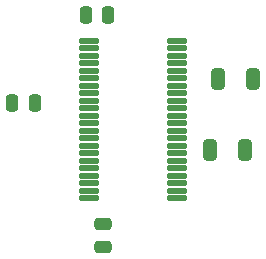
<source format=gbr>
%TF.GenerationSoftware,KiCad,Pcbnew,(6.0.0)*%
%TF.CreationDate,2022-12-17T21:28:13-05:00*%
%TF.ProjectId,TPA3255PBTL,54504133-3235-4355-9042-544c2e6b6963,rev?*%
%TF.SameCoordinates,Original*%
%TF.FileFunction,Paste,Bot*%
%TF.FilePolarity,Positive*%
%FSLAX46Y46*%
G04 Gerber Fmt 4.6, Leading zero omitted, Abs format (unit mm)*
G04 Created by KiCad (PCBNEW (6.0.0)) date 2022-12-17 21:28:13*
%MOMM*%
%LPD*%
G01*
G04 APERTURE LIST*
G04 Aperture macros list*
%AMRoundRect*
0 Rectangle with rounded corners*
0 $1 Rounding radius*
0 $2 $3 $4 $5 $6 $7 $8 $9 X,Y pos of 4 corners*
0 Add a 4 corners polygon primitive as box body*
4,1,4,$2,$3,$4,$5,$6,$7,$8,$9,$2,$3,0*
0 Add four circle primitives for the rounded corners*
1,1,$1+$1,$2,$3*
1,1,$1+$1,$4,$5*
1,1,$1+$1,$6,$7*
1,1,$1+$1,$8,$9*
0 Add four rect primitives between the rounded corners*
20,1,$1+$1,$2,$3,$4,$5,0*
20,1,$1+$1,$4,$5,$6,$7,0*
20,1,$1+$1,$6,$7,$8,$9,0*
20,1,$1+$1,$8,$9,$2,$3,0*%
G04 Aperture macros list end*
%ADD10RoundRect,0.250000X-0.475000X0.250000X-0.475000X-0.250000X0.475000X-0.250000X0.475000X0.250000X0*%
%ADD11RoundRect,0.250000X-0.325000X-0.650000X0.325000X-0.650000X0.325000X0.650000X-0.325000X0.650000X0*%
%ADD12RoundRect,0.250000X0.250000X0.475000X-0.250000X0.475000X-0.250000X-0.475000X0.250000X-0.475000X0*%
%ADD13RoundRect,0.019000X-0.766000X-0.171000X0.766000X-0.171000X0.766000X0.171000X-0.766000X0.171000X0*%
G04 APERTURE END LIST*
D10*
%TO.C,C25*%
X123250000Y-94775000D03*
X123250000Y-96675000D03*
%TD*%
D11*
%TO.C,C6*%
X132275000Y-88500000D03*
X135225000Y-88500000D03*
%TD*%
D12*
%TO.C,C24*%
X123675000Y-77000000D03*
X121775000Y-77000000D03*
%TD*%
%TO.C,C42*%
X117450000Y-84500000D03*
X115550000Y-84500000D03*
%TD*%
D11*
%TO.C,C7*%
X133000000Y-82500000D03*
X135950000Y-82500000D03*
%TD*%
D13*
%TO.C,U1*%
X122060000Y-92540000D03*
X122060000Y-91905000D03*
X122060000Y-91270000D03*
X122060000Y-90635000D03*
X122060000Y-90000000D03*
X122060000Y-89365000D03*
X122060000Y-88730000D03*
X122060000Y-88095000D03*
X122060000Y-87460000D03*
X122060000Y-86825000D03*
X122060000Y-86190000D03*
X122060000Y-85555000D03*
X122060000Y-84920000D03*
X122060000Y-84285000D03*
X122060000Y-83650000D03*
X122060000Y-83015000D03*
X122060000Y-82380000D03*
X122060000Y-81745000D03*
X122060000Y-81110000D03*
X122060000Y-80475000D03*
X122060000Y-79840000D03*
X122060000Y-79205000D03*
X129500000Y-79205000D03*
X129500000Y-79840000D03*
X129500000Y-80475000D03*
X129500000Y-81110000D03*
X129500000Y-81745000D03*
X129500000Y-82380000D03*
X129500000Y-83015000D03*
X129500000Y-83650000D03*
X129500000Y-84285000D03*
X129500000Y-84920000D03*
X129500000Y-85555000D03*
X129500000Y-86190000D03*
X129500000Y-86825000D03*
X129500000Y-87460000D03*
X129500000Y-88095000D03*
X129500000Y-88730000D03*
X129500000Y-89365000D03*
X129500000Y-90000000D03*
X129500000Y-90635000D03*
X129500000Y-91270000D03*
X129500000Y-91905000D03*
X129500000Y-92540000D03*
%TD*%
M02*

</source>
